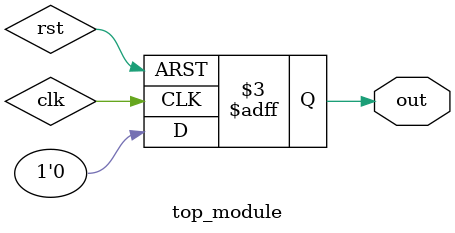
<source format=sv>
module top_module(
	output reg out);
	
	always @(posedge clk or negedge rst) begin
		if (!rst)
			out <= 0;
		else
			out <= 0;
	end
	
endmodule

</source>
